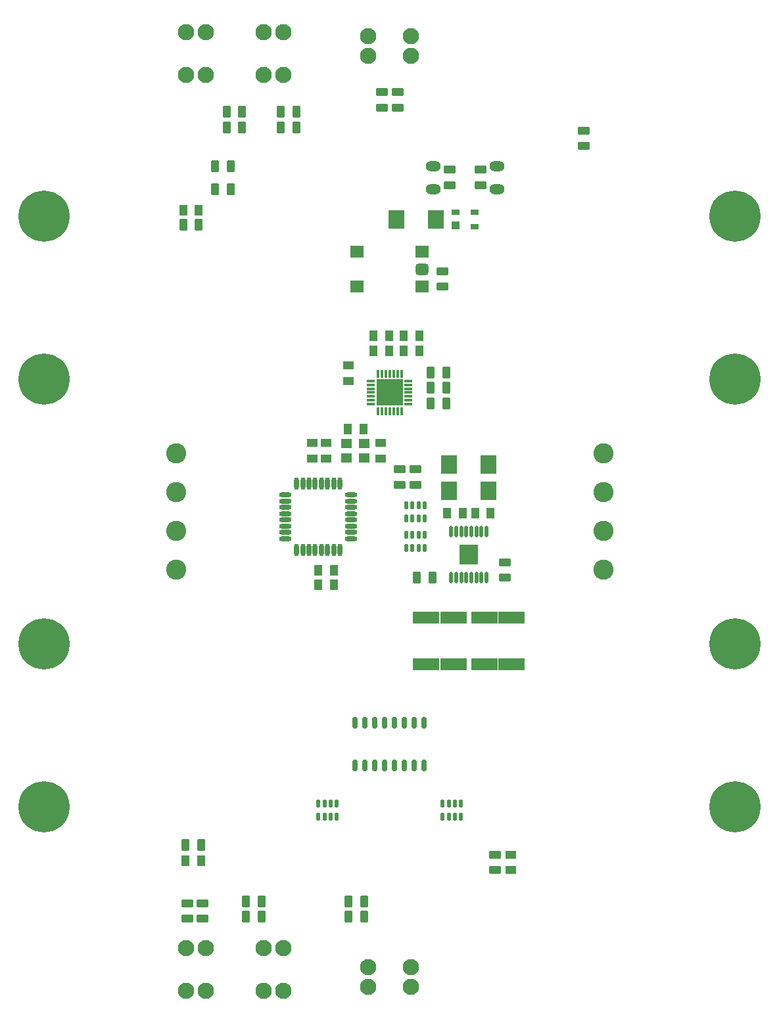
<source format=gbs>
G04*
G04 #@! TF.GenerationSoftware,Altium Limited,Altium Designer,21.8.1 (53)*
G04*
G04 Layer_Color=16711935*
%FSLAX42Y42*%
%MOMM*%
G71*
G04*
G04 #@! TF.SameCoordinates,ECD59B7C-F3D5-4042-AA40-CB62378B2820*
G04*
G04*
G04 #@! TF.FilePolarity,Negative*
G04*
G01*
G75*
%ADD12R,1.35X1.10*%
G04:AMPARAMS|DCode=13|XSize=1.7mm|YSize=1.5mm|CornerRadius=0.4mm|HoleSize=0mm|Usage=FLASHONLY|Rotation=180.000|XOffset=0mm|YOffset=0mm|HoleType=Round|Shape=RoundedRectangle|*
%AMROUNDEDRECTD13*
21,1,1.70,0.70,0,0,180.0*
21,1,0.90,1.50,0,0,180.0*
1,1,0.80,-0.45,0.35*
1,1,0.80,0.45,0.35*
1,1,0.80,0.45,-0.35*
1,1,0.80,-0.45,-0.35*
%
%ADD13ROUNDEDRECTD13*%
%ADD14R,1.80X1.60*%
%ADD15R,1.10X1.35*%
G04:AMPARAMS|DCode=16|XSize=1.9mm|YSize=1.4mm|CornerRadius=0.7mm|HoleSize=0mm|Usage=FLASHONLY|Rotation=180.000|XOffset=0mm|YOffset=0mm|HoleType=Round|Shape=RoundedRectangle|*
%AMROUNDEDRECTD16*
21,1,1.90,0.00,0,0,180.0*
21,1,0.50,1.40,0,0,180.0*
1,1,1.40,-0.25,0.00*
1,1,1.40,0.25,0.00*
1,1,1.40,0.25,0.00*
1,1,1.40,-0.25,0.00*
%
%ADD16ROUNDEDRECTD16*%
%ADD17C,0.10*%
%ADD18C,2.60*%
%ADD19C,2.10*%
%ADD20C,6.60*%
%ADD42O,0.55X1.50*%
%ADD60R,2.41X2.56*%
%ADD61O,0.55X1.10*%
%ADD62O,0.65X1.60*%
%ADD63O,1.60X0.65*%
%ADD64R,1.40X1.20*%
%ADD65R,3.50X1.60*%
G04:AMPARAMS|DCode=66|XSize=1.1mm|YSize=1.6mm|CornerRadius=0.3mm|HoleSize=0mm|Usage=FLASHONLY|Rotation=90.000|XOffset=0mm|YOffset=0mm|HoleType=Round|Shape=RoundedRectangle|*
%AMROUNDEDRECTD66*
21,1,1.10,1.00,0,0,90.0*
21,1,0.50,1.60,0,0,90.0*
1,1,0.60,0.50,0.25*
1,1,0.60,0.50,-0.25*
1,1,0.60,-0.50,-0.25*
1,1,0.60,-0.50,0.25*
%
%ADD66ROUNDEDRECTD66*%
G04:AMPARAMS|DCode=67|XSize=1.1mm|YSize=1.6mm|CornerRadius=0.3mm|HoleSize=0mm|Usage=FLASHONLY|Rotation=180.000|XOffset=0mm|YOffset=0mm|HoleType=Round|Shape=RoundedRectangle|*
%AMROUNDEDRECTD67*
21,1,1.10,1.00,0,0,180.0*
21,1,0.50,1.60,0,0,180.0*
1,1,0.60,-0.25,0.50*
1,1,0.60,0.25,0.50*
1,1,0.60,0.25,-0.50*
1,1,0.60,-0.25,-0.50*
%
%ADD67ROUNDEDRECTD67*%
%ADD68R,2.13X2.38*%
%ADD69R,0.40X1.05*%
%ADD70R,1.05X0.40*%
%ADD71R,3.45X3.45*%
%ADD72R,1.10X1.10*%
%ADD73R,1.10X0.70*%
%ADD74O,0.70X1.55*%
%ADD75C,0.80*%
%ADD76C,0.70*%
D12*
X-995Y680D02*
D03*
Y880D02*
D03*
X-820Y680D02*
D03*
Y880D02*
D03*
X-120Y880D02*
D03*
Y680D02*
D03*
X-530Y1680D02*
D03*
Y1880D02*
D03*
X1560Y-4625D02*
D03*
Y-4425D02*
D03*
D13*
X420Y3120D02*
D03*
D14*
Y2895D02*
D03*
X-420D02*
D03*
X420Y3345D02*
D03*
X-420D02*
D03*
D15*
X-720Y-950D02*
D03*
X-920D02*
D03*
X-720Y-760D02*
D03*
X-920D02*
D03*
X-340Y1060D02*
D03*
X-540D02*
D03*
X740Y-20D02*
D03*
X940D02*
D03*
X1300D02*
D03*
X1100D02*
D03*
X-10Y2260D02*
D03*
X-210D02*
D03*
X-10Y2070D02*
D03*
X-210D02*
D03*
X380Y2260D02*
D03*
X180D02*
D03*
X-2630Y-4500D02*
D03*
X-2430D02*
D03*
X180Y2070D02*
D03*
X380D02*
D03*
X-2460Y3880D02*
D03*
X-2660D02*
D03*
D16*
X560Y4447D02*
D03*
X1380D02*
D03*
Y4153D02*
D03*
X560D02*
D03*
D17*
X1520Y4170D02*
D03*
X420D02*
D03*
X465Y-6245D02*
D03*
X0Y-6160D02*
D03*
Y-5840D02*
D03*
X-1255Y-5435D02*
D03*
X-1340Y-5900D02*
D03*
X-1660D02*
D03*
X-2255Y-5435D02*
D03*
X-2340Y-5900D02*
D03*
X-2660D02*
D03*
X-465Y6245D02*
D03*
X0Y6160D02*
D03*
Y5840D02*
D03*
X-1745Y5435D02*
D03*
X-1660Y5900D02*
D03*
X-1340D02*
D03*
X-2745Y5435D02*
D03*
X-2660Y5900D02*
D03*
X-2340D02*
D03*
D18*
X-2750Y-750D02*
D03*
Y-250D02*
D03*
X-2750Y250D02*
D03*
Y750D02*
D03*
X2750D02*
D03*
Y250D02*
D03*
Y-250D02*
D03*
Y-750D02*
D03*
D19*
X275Y-5873D02*
D03*
X-275Y-6127D02*
D03*
X275D02*
D03*
X-1627Y-5625D02*
D03*
X-1373Y-6175D02*
D03*
Y-5625D02*
D03*
X-2627D02*
D03*
X-2373Y-6175D02*
D03*
Y-5625D02*
D03*
X-275Y5873D02*
D03*
X275Y6127D02*
D03*
X-275D02*
D03*
X-1373Y5625D02*
D03*
X-1627Y6175D02*
D03*
Y5625D02*
D03*
X-2373D02*
D03*
X-2627Y6175D02*
D03*
Y5625D02*
D03*
X-275Y-5873D02*
D03*
X-1627Y-6175D02*
D03*
X-2627D02*
D03*
X275Y5873D02*
D03*
X-1373Y6175D02*
D03*
X-2373D02*
D03*
D20*
X4450Y3806D02*
D03*
Y1706D02*
D03*
Y-1706D02*
D03*
Y-3806D02*
D03*
X-4450D02*
D03*
Y-1706D02*
D03*
Y1706D02*
D03*
Y3806D02*
D03*
D42*
X1248Y-855D02*
D03*
X1182D02*
D03*
X1118D02*
D03*
X1052D02*
D03*
X988D02*
D03*
X923D02*
D03*
X857D02*
D03*
X793D02*
D03*
X1248Y-265D02*
D03*
X1182D02*
D03*
X1118D02*
D03*
X1052D02*
D03*
X988D02*
D03*
X923D02*
D03*
X857D02*
D03*
X793D02*
D03*
D60*
X1020Y-560D02*
D03*
D61*
X450Y-90D02*
D03*
X370D02*
D03*
X290D02*
D03*
X210D02*
D03*
X450Y80D02*
D03*
X370D02*
D03*
X290D02*
D03*
X210D02*
D03*
X450Y-470D02*
D03*
X370D02*
D03*
X290D02*
D03*
X210D02*
D03*
X450Y-300D02*
D03*
X370D02*
D03*
X290D02*
D03*
X210D02*
D03*
X840Y-3765D02*
D03*
X760D02*
D03*
X680D02*
D03*
X-680D02*
D03*
X-760D02*
D03*
X-840D02*
D03*
X-920D02*
D03*
X920D02*
D03*
Y-3935D02*
D03*
X840D02*
D03*
X760D02*
D03*
X680D02*
D03*
X-680D02*
D03*
X-760D02*
D03*
X-840D02*
D03*
X-920D02*
D03*
D62*
X-640Y-495D02*
D03*
X-880D02*
D03*
X-800D02*
D03*
X-640Y355D02*
D03*
X-720D02*
D03*
X-1200Y-495D02*
D03*
X-1120D02*
D03*
X-1040D02*
D03*
X-960D02*
D03*
X-720D02*
D03*
X-800Y355D02*
D03*
X-880D02*
D03*
X-960D02*
D03*
X-1040D02*
D03*
X-1120D02*
D03*
X-1200D02*
D03*
D63*
X-495Y-350D02*
D03*
X-1345D02*
D03*
X-495Y-270D02*
D03*
Y-190D02*
D03*
Y130D02*
D03*
Y210D02*
D03*
X-1345D02*
D03*
Y130D02*
D03*
Y50D02*
D03*
Y-30D02*
D03*
Y-110D02*
D03*
Y-190D02*
D03*
Y-270D02*
D03*
X-495Y-110D02*
D03*
Y-30D02*
D03*
Y50D02*
D03*
D64*
X-330Y690D02*
D03*
Y870D02*
D03*
X-560D02*
D03*
Y690D02*
D03*
D65*
X1570Y-1970D02*
D03*
Y-1370D02*
D03*
X470Y-1970D02*
D03*
Y-1370D02*
D03*
X1220Y-1970D02*
D03*
Y-1370D02*
D03*
X820Y-1970D02*
D03*
Y-1370D02*
D03*
D66*
X1480Y-855D02*
D03*
Y-655D02*
D03*
X1170Y4400D02*
D03*
Y4200D02*
D03*
X770D02*
D03*
Y4400D02*
D03*
X-2410Y-5050D02*
D03*
Y-5250D02*
D03*
X-100Y5400D02*
D03*
Y5200D02*
D03*
X100Y5400D02*
D03*
Y5200D02*
D03*
X-2610Y-5250D02*
D03*
Y-5050D02*
D03*
X1360Y-4625D02*
D03*
Y-4425D02*
D03*
X2500Y4907D02*
D03*
Y4707D02*
D03*
X330Y540D02*
D03*
Y340D02*
D03*
X130D02*
D03*
Y540D02*
D03*
X680Y3095D02*
D03*
Y2895D02*
D03*
D67*
X550Y-855D02*
D03*
X350D02*
D03*
X-530Y-5225D02*
D03*
X-330D02*
D03*
X-530Y-5030D02*
D03*
X-330D02*
D03*
X-2100Y4950D02*
D03*
X-1900D02*
D03*
X-1400D02*
D03*
X-1200D02*
D03*
X-2100Y5150D02*
D03*
X-1900D02*
D03*
X-1400D02*
D03*
X-1200D02*
D03*
X-1650Y-5030D02*
D03*
X-1850D02*
D03*
X-1650Y-5225D02*
D03*
X-1850D02*
D03*
X-2630Y-4300D02*
D03*
X-2430D02*
D03*
X-2660Y3690D02*
D03*
X-2460D02*
D03*
X-2250Y4150D02*
D03*
X-2050D02*
D03*
X-2250Y4450D02*
D03*
X-2050D02*
D03*
X530Y1390D02*
D03*
X730D02*
D03*
Y1790D02*
D03*
X530D02*
D03*
Y1590D02*
D03*
X730D02*
D03*
D68*
X766Y600D02*
D03*
X1274D02*
D03*
X766Y260D02*
D03*
X1274D02*
D03*
X86Y3760D02*
D03*
X594D02*
D03*
D69*
X-150Y1770D02*
D03*
X-100D02*
D03*
X-50D02*
D03*
X0D02*
D03*
X50D02*
D03*
X100D02*
D03*
X150D02*
D03*
Y1290D02*
D03*
X100D02*
D03*
X50D02*
D03*
X0D02*
D03*
X-50D02*
D03*
X-100D02*
D03*
X-150D02*
D03*
D70*
X240Y1680D02*
D03*
Y1630D02*
D03*
Y1580D02*
D03*
Y1530D02*
D03*
Y1480D02*
D03*
Y1430D02*
D03*
Y1380D02*
D03*
X-240D02*
D03*
Y1430D02*
D03*
Y1480D02*
D03*
Y1530D02*
D03*
Y1580D02*
D03*
Y1630D02*
D03*
Y1680D02*
D03*
D71*
X0Y1530D02*
D03*
D72*
X850Y3685D02*
D03*
D73*
Y3855D02*
D03*
X1090D02*
D03*
Y3665D02*
D03*
D74*
X-444Y-3272D02*
D03*
X-317Y-2728D02*
D03*
X-190D02*
D03*
X-63D02*
D03*
X64D02*
D03*
X191D02*
D03*
X445D02*
D03*
Y-3272D02*
D03*
X318D02*
D03*
X191D02*
D03*
X64D02*
D03*
X-63D02*
D03*
X-190D02*
D03*
X-317D02*
D03*
X318Y-2728D02*
D03*
X-444D02*
D03*
D75*
X1075Y-615D02*
D03*
Y-505D02*
D03*
X965Y-615D02*
D03*
Y-505D02*
D03*
D76*
X100Y1430D02*
D03*
X0Y1530D02*
D03*
X100Y1630D02*
D03*
X-100Y1430D02*
D03*
Y1630D02*
D03*
M02*

</source>
